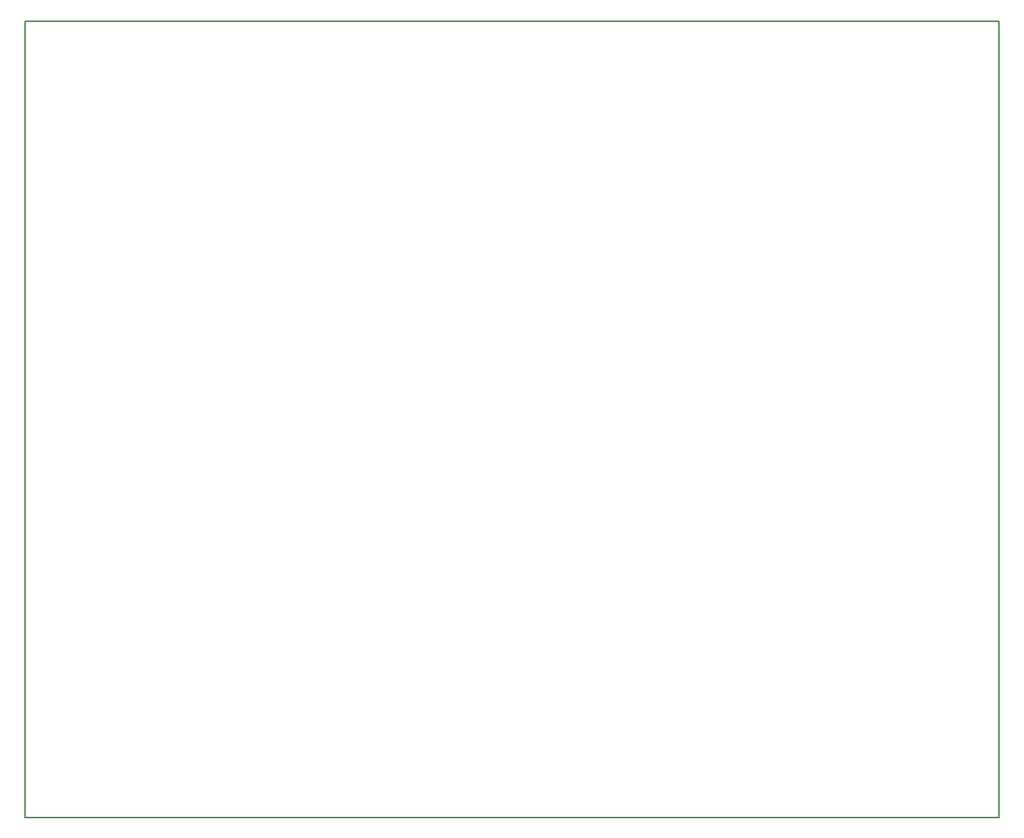
<source format=gbr>
%TF.GenerationSoftware,KiCad,Pcbnew,7.0.7*%
%TF.CreationDate,2024-04-18T13:26:18+02:00*%
%TF.ProjectId,Pendulo_invertido,50656e64-756c-46f5-9f69-6e7665727469,rev?*%
%TF.SameCoordinates,Original*%
%TF.FileFunction,Profile,NP*%
%FSLAX46Y46*%
G04 Gerber Fmt 4.6, Leading zero omitted, Abs format (unit mm)*
G04 Created by KiCad (PCBNEW 7.0.7) date 2024-04-18 13:26:18*
%MOMM*%
%LPD*%
G01*
G04 APERTURE LIST*
%TA.AperFunction,Profile*%
%ADD10C,0.200000*%
%TD*%
G04 APERTURE END LIST*
D10*
X104648000Y-60960000D02*
X213360000Y-60960000D01*
X213360000Y-149860000D01*
X104648000Y-149860000D01*
X104648000Y-60960000D01*
M02*

</source>
